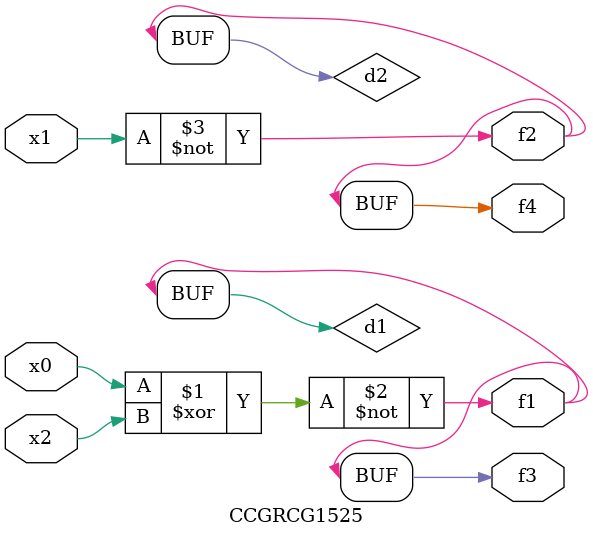
<source format=v>
module CCGRCG1525(
	input x0, x1, x2,
	output f1, f2, f3, f4
);

	wire d1, d2, d3;

	xnor (d1, x0, x2);
	nand (d2, x1);
	nor (d3, x1, x2);
	assign f1 = d1;
	assign f2 = d2;
	assign f3 = d1;
	assign f4 = d2;
endmodule

</source>
